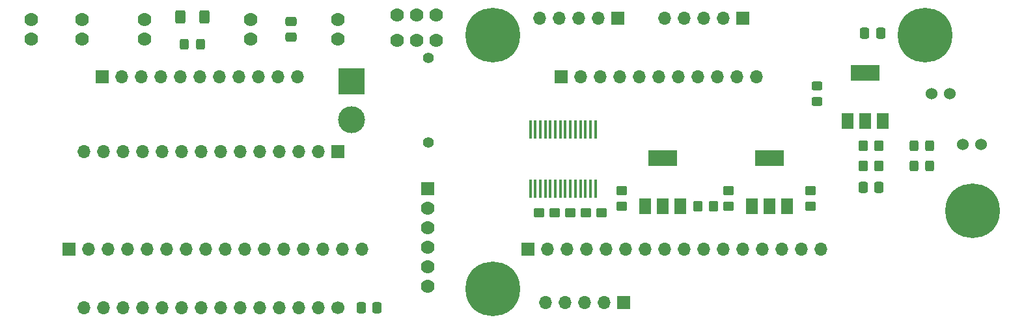
<source format=gbr>
%TF.GenerationSoftware,KiCad,Pcbnew,8.0.1*%
%TF.CreationDate,2025-04-21T12:55:39-06:00*%
%TF.ProjectId,Project,50726f6a-6563-4742-9e6b-696361645f70,A*%
%TF.SameCoordinates,Original*%
%TF.FileFunction,Soldermask,Top*%
%TF.FilePolarity,Negative*%
%FSLAX46Y46*%
G04 Gerber Fmt 4.6, Leading zero omitted, Abs format (unit mm)*
G04 Created by KiCad (PCBNEW 8.0.1) date 2025-04-21 12:55:39*
%MOMM*%
%LPD*%
G01*
G04 APERTURE LIST*
G04 Aperture macros list*
%AMRoundRect*
0 Rectangle with rounded corners*
0 $1 Rounding radius*
0 $2 $3 $4 $5 $6 $7 $8 $9 X,Y pos of 4 corners*
0 Add a 4 corners polygon primitive as box body*
4,1,4,$2,$3,$4,$5,$6,$7,$8,$9,$2,$3,0*
0 Add four circle primitives for the rounded corners*
1,1,$1+$1,$2,$3*
1,1,$1+$1,$4,$5*
1,1,$1+$1,$6,$7*
1,1,$1+$1,$8,$9*
0 Add four rect primitives between the rounded corners*
20,1,$1+$1,$2,$3,$4,$5,0*
20,1,$1+$1,$4,$5,$6,$7,0*
20,1,$1+$1,$6,$7,$8,$9,0*
20,1,$1+$1,$8,$9,$2,$3,0*%
G04 Aperture macros list end*
%ADD10R,1.500000X2.000000*%
%ADD11R,3.800000X2.000000*%
%ADD12R,1.700000X1.700000*%
%ADD13O,1.700000X1.700000*%
%ADD14RoundRect,0.250000X-0.325000X-0.450000X0.325000X-0.450000X0.325000X0.450000X-0.325000X0.450000X0*%
%ADD15RoundRect,0.250000X-0.337500X-0.475000X0.337500X-0.475000X0.337500X0.475000X-0.337500X0.475000X0*%
%ADD16RoundRect,0.250000X-0.350000X-0.450000X0.350000X-0.450000X0.350000X0.450000X-0.350000X0.450000X0*%
%ADD17C,1.700000*%
%ADD18C,1.778000*%
%ADD19RoundRect,0.250000X0.337500X0.475000X-0.337500X0.475000X-0.337500X-0.475000X0.337500X-0.475000X0*%
%ADD20RoundRect,0.250000X0.450000X-0.325000X0.450000X0.325000X-0.450000X0.325000X-0.450000X-0.325000X0*%
%ADD21C,1.524000*%
%ADD22RoundRect,0.250000X0.450000X-0.350000X0.450000X0.350000X-0.450000X0.350000X-0.450000X-0.350000X0*%
%ADD23C,7.112000*%
%ADD24R,1.778000X1.778000*%
%ADD25R,0.430000X2.350000*%
%ADD26RoundRect,0.250000X-0.475000X0.337500X-0.475000X-0.337500X0.475000X-0.337500X0.475000X0.337500X0*%
%ADD27C,1.400000*%
%ADD28R,3.500000X3.500000*%
%ADD29C,3.500000*%
%ADD30RoundRect,0.250000X-0.400000X-0.625000X0.400000X-0.625000X0.400000X0.625000X-0.400000X0.625000X0*%
G04 APERTURE END LIST*
D10*
%TO.C,Q2*%
X150270000Y-74070000D03*
D11*
X152570000Y-67770000D03*
D10*
X152570000Y-74070000D03*
X154870000Y-74070000D03*
%TD*%
D12*
%TO.C,J2*%
X146730300Y-49560100D03*
D13*
X144190300Y-49560100D03*
X141650300Y-49560100D03*
X139110300Y-49560100D03*
X136570300Y-49560100D03*
%TD*%
D14*
%TO.C,D1*%
X185235200Y-68831200D03*
X187285200Y-68831200D03*
%TD*%
D15*
%TO.C,C4*%
X178851200Y-51559200D03*
X180926200Y-51559200D03*
%TD*%
D16*
%TO.C,R13*%
X157160300Y-74071100D03*
X159160300Y-74071100D03*
%TD*%
D14*
%TO.C,D5*%
X90366200Y-52956200D03*
X92416200Y-52956200D03*
%TD*%
D12*
%TO.C,U3*%
X110314200Y-66926200D03*
D13*
X107774200Y-66926200D03*
X105234200Y-66926200D03*
X102694200Y-66926200D03*
X100154200Y-66926200D03*
X97614200Y-66926200D03*
X95074200Y-66926200D03*
X92534200Y-66926200D03*
X89994200Y-66926200D03*
X87454200Y-66926200D03*
X84914200Y-66926200D03*
X82374200Y-66926200D03*
X79834200Y-66926200D03*
X77294200Y-66926200D03*
X77294200Y-87246200D03*
X79834200Y-87246200D03*
X82374200Y-87246200D03*
X84914200Y-87246200D03*
X87454200Y-87246200D03*
X89994200Y-87246200D03*
X92534200Y-87246200D03*
X95074200Y-87246200D03*
X97614200Y-87246200D03*
X100154200Y-87246200D03*
X102694200Y-87246200D03*
X105234200Y-87246200D03*
X107774200Y-87246200D03*
D17*
X110314200Y-87246200D03*
%TD*%
D14*
%TO.C,D3*%
X185242200Y-66164200D03*
X187292200Y-66164200D03*
%TD*%
D12*
%TO.C,J4*%
X139397200Y-57198000D03*
D13*
X141937200Y-57198000D03*
X144477200Y-57198000D03*
X147017200Y-57198000D03*
X149557200Y-57198000D03*
X152097200Y-57198000D03*
X154637200Y-57198000D03*
X157177200Y-57198000D03*
X159717200Y-57198000D03*
X162257200Y-57198000D03*
X164797200Y-57198000D03*
%TD*%
D12*
%TO.C,J1*%
X147525200Y-86611200D03*
D13*
X144985200Y-86611200D03*
X142445200Y-86611200D03*
X139905200Y-86611200D03*
X137365200Y-86611200D03*
%TD*%
D12*
%TO.C,J3*%
X162986300Y-49560100D03*
D13*
X160446300Y-49560100D03*
X157906300Y-49560100D03*
X155366300Y-49560100D03*
X152826300Y-49560100D03*
%TD*%
D18*
%TO.C,LD1*%
X70436200Y-49781200D03*
X70436200Y-52321200D03*
%TD*%
D12*
%TO.C,J5*%
X135046300Y-79659100D03*
D13*
X137586300Y-79659100D03*
X140126300Y-79659100D03*
X142666300Y-79659100D03*
X145206300Y-79659100D03*
X147746300Y-79659100D03*
X150286300Y-79659100D03*
X152826300Y-79659100D03*
X155366300Y-79659100D03*
X157906300Y-79659100D03*
X160446300Y-79659100D03*
X162986300Y-79659100D03*
X165526300Y-79659100D03*
X168066300Y-79659100D03*
X170606300Y-79659100D03*
X173146300Y-79659100D03*
%TD*%
D19*
%TO.C,C2*%
X180715200Y-71625200D03*
X178640200Y-71625200D03*
%TD*%
D20*
%TO.C,D2*%
X172671200Y-60458200D03*
X172671200Y-58408200D03*
%TD*%
D18*
%TO.C,SW2*%
X99011200Y-49781200D03*
X99011200Y-52321200D03*
%TD*%
D12*
%TO.C,J7*%
X75313800Y-79659100D03*
D13*
X77853800Y-79659100D03*
X80393800Y-79659100D03*
X82933800Y-79659100D03*
X85473800Y-79659100D03*
X88013800Y-79659100D03*
X90553800Y-79659100D03*
X93093800Y-79659100D03*
X95633800Y-79659100D03*
X98173800Y-79659100D03*
X100713800Y-79659100D03*
X103253800Y-79659100D03*
X105793800Y-79659100D03*
X108333800Y-79659100D03*
X110873800Y-79659100D03*
X113413800Y-79659100D03*
%TD*%
D18*
%TO.C,SW3*%
X118061200Y-52448200D03*
X118061200Y-49197000D03*
X120601200Y-52448200D03*
X120601200Y-49197000D03*
X123141200Y-52448200D03*
X123141200Y-49197000D03*
%TD*%
D10*
%TO.C,Q3*%
X164134200Y-74083200D03*
X166434200Y-74083200D03*
D11*
X166434200Y-67783200D03*
D10*
X168734200Y-74083200D03*
%TD*%
D21*
%TO.C,C3*%
X187530200Y-59433200D03*
X189943200Y-59433200D03*
%TD*%
D22*
%TO.C,R10*%
X147238300Y-74038200D03*
X147238300Y-72038200D03*
%TD*%
D23*
%TO.C,*%
X130507200Y-84833200D03*
%TD*%
D16*
%TO.C,R1*%
X178656200Y-68831200D03*
X180656200Y-68831200D03*
%TD*%
D19*
%TO.C,C7*%
X115437200Y-87246200D03*
X113362200Y-87246200D03*
%TD*%
D16*
%TO.C,R2*%
X178656200Y-66164200D03*
X180656200Y-66164200D03*
%TD*%
D24*
%TO.C,SW4*%
X121998200Y-71752200D03*
D18*
X121998200Y-74292200D03*
X121998200Y-76832200D03*
X121998200Y-79372200D03*
X121998200Y-81912200D03*
X121998200Y-84452200D03*
%TD*%
D25*
%TO.C,U2*%
X143805200Y-64102200D03*
X143155200Y-64102200D03*
X142505200Y-64102200D03*
X141855200Y-64102200D03*
X141205200Y-64102200D03*
X140555200Y-64102200D03*
X139905200Y-64102200D03*
X139255200Y-64102200D03*
X138605200Y-64102200D03*
X137955200Y-64102200D03*
X137305200Y-64102200D03*
X136655200Y-64102200D03*
X136005200Y-64102200D03*
X135355200Y-64102200D03*
X135355200Y-71752200D03*
X136005200Y-71752200D03*
X136655200Y-71752200D03*
X137305200Y-71752200D03*
X137955200Y-71752200D03*
X138605200Y-71752200D03*
X139255200Y-71752200D03*
X139905200Y-71752200D03*
X140555200Y-71752200D03*
X141205200Y-71752200D03*
X141855200Y-71752200D03*
X142505200Y-71752200D03*
X143155200Y-71752200D03*
X143805200Y-71752200D03*
%TD*%
D23*
%TO.C,*%
X130507200Y-51813200D03*
%TD*%
D18*
%TO.C,SW1*%
X110314200Y-52321200D03*
X110314200Y-49781200D03*
%TD*%
%TO.C,LD2*%
X77040200Y-49781200D03*
X77040200Y-52321200D03*
%TD*%
%TO.C,S1*%
X85168200Y-52321200D03*
X85168200Y-49781200D03*
%TD*%
D26*
%TO.C,C8*%
X104218200Y-49992200D03*
X104218200Y-52067200D03*
%TD*%
D23*
%TO.C,*%
X186680000Y-51840000D03*
%TD*%
D22*
%TO.C,R14*%
X171756800Y-74063600D03*
X171756800Y-72063600D03*
%TD*%
D27*
%TO.C,BT1*%
X122125200Y-54783200D03*
X122125200Y-65783200D03*
D28*
X112125200Y-57783200D03*
D29*
X112125200Y-62783200D03*
%TD*%
D12*
%TO.C,J6*%
X79664700Y-57198000D03*
D13*
X82204700Y-57198000D03*
X84744700Y-57198000D03*
X87284700Y-57198000D03*
X89824700Y-57198000D03*
X92364700Y-57198000D03*
X94904700Y-57198000D03*
X97444700Y-57198000D03*
X99984700Y-57198000D03*
X102524700Y-57198000D03*
X105064700Y-57198000D03*
%TD*%
D22*
%TO.C,R11*%
X161114200Y-74038200D03*
X161114200Y-72038200D03*
%TD*%
D21*
%TO.C,C1*%
X191594200Y-66037200D03*
X194007200Y-66037200D03*
%TD*%
D10*
%TO.C,U1*%
X176580200Y-62989200D03*
X178880200Y-62989200D03*
D11*
X178880200Y-56689200D03*
D10*
X181180200Y-62989200D03*
%TD*%
D23*
%TO.C,REF\u002A\u002A*%
X192864200Y-74673200D03*
%TD*%
D30*
%TO.C,R15*%
X89841200Y-49400200D03*
X92941200Y-49400200D03*
%TD*%
D22*
%TO.C,R7*%
X142572200Y-74927200D03*
%TD*%
%TO.C,R5*%
X138508200Y-74927200D03*
%TD*%
%TO.C,R6*%
X140540200Y-74927200D03*
%TD*%
%TO.C,R8*%
X144604200Y-74927200D03*
%TD*%
%TO.C,R4*%
X136476200Y-74927200D03*
%TD*%
M02*

</source>
